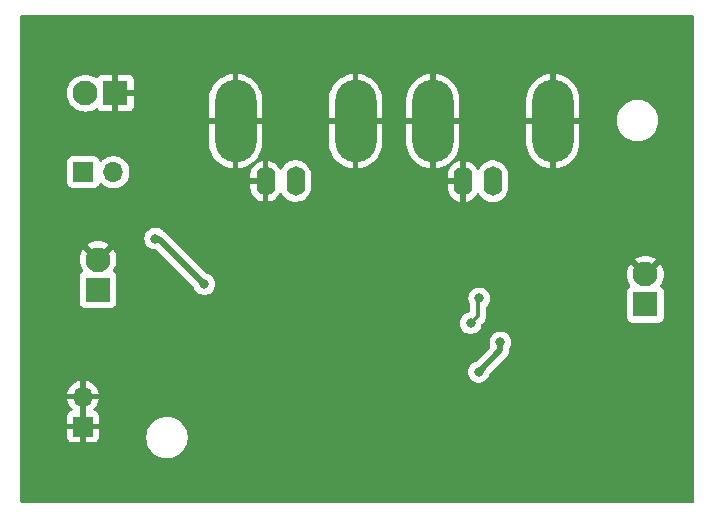
<source format=gbr>
%TF.GenerationSoftware,KiCad,Pcbnew,8.0.1*%
%TF.CreationDate,2024-06-13T00:26:55+02:00*%
%TF.ProjectId,CFT,4346542e-6b69-4636-9164-5f7063625858,rev?*%
%TF.SameCoordinates,PX52e4ef2PY60c692e*%
%TF.FileFunction,Copper,L2,Bot*%
%TF.FilePolarity,Positive*%
%FSLAX46Y46*%
G04 Gerber Fmt 4.6, Leading zero omitted, Abs format (unit mm)*
G04 Created by KiCad (PCBNEW 8.0.1) date 2024-06-13 00:26:55*
%MOMM*%
%LPD*%
G01*
G04 APERTURE LIST*
%TA.AperFunction,ComponentPad*%
%ADD10O,1.600000X2.500000*%
%TD*%
%TA.AperFunction,ComponentPad*%
%ADD11O,3.500000X7.000000*%
%TD*%
%TA.AperFunction,ComponentPad*%
%ADD12R,2.100000X2.100000*%
%TD*%
%TA.AperFunction,ComponentPad*%
%ADD13C,2.100000*%
%TD*%
%TA.AperFunction,ComponentPad*%
%ADD14R,1.700000X1.700000*%
%TD*%
%TA.AperFunction,ComponentPad*%
%ADD15O,1.700000X1.700000*%
%TD*%
%TA.AperFunction,ViaPad*%
%ADD16C,0.800000*%
%TD*%
%TA.AperFunction,Conductor*%
%ADD17C,0.500000*%
%TD*%
%TA.AperFunction,Conductor*%
%ADD18C,0.350000*%
%TD*%
G04 APERTURE END LIST*
D10*
%TO.P,J7,1,In*%
%TO.N,Net-(J6-Pin_1)*%
X40060000Y27220000D03*
D11*
%TO.P,J7,2,Ext*%
%TO.N,GND*%
X34980000Y32300000D03*
D10*
X37520000Y27220000D03*
D11*
X45140000Y32300000D03*
%TD*%
D10*
%TO.P,J3,1,In*%
%TO.N,Net-(J3-In)*%
X23350000Y27230000D03*
D11*
%TO.P,J3,2,Ext*%
%TO.N,GND*%
X18270000Y32310000D03*
D10*
X20810000Y27230000D03*
D11*
X28430000Y32310000D03*
%TD*%
D12*
%TO.P,J1,1,Pin_1*%
%TO.N,GND*%
X8100000Y34680000D03*
D13*
%TO.P,J1,2,Pin_2*%
%TO.N,/Vcc*%
X5560000Y34680000D03*
%TD*%
D12*
%TO.P,J4,1,Pin_1*%
%TO.N,Net-(J3-In)*%
X6630000Y18040000D03*
D13*
%TO.P,J4,2,Pin_2*%
%TO.N,GND*%
X6630000Y20580000D03*
%TD*%
D14*
%TO.P,J2,1,Pin_1*%
%TO.N,GND*%
X5360000Y6450000D03*
D15*
%TO.P,J2,2,Pin_2*%
X5360000Y8990000D03*
%TD*%
D14*
%TO.P,J5,1,Pin_1*%
%TO.N,/Vcc*%
X5390000Y27990000D03*
D15*
%TO.P,J5,2,Pin_2*%
%TO.N,Net-(J5-Pin_2)*%
X7930000Y27990000D03*
%TD*%
D12*
%TO.P,J6,1,Pin_1*%
%TO.N,Net-(J6-Pin_1)*%
X52980000Y16790000D03*
D13*
%TO.P,J6,2,Pin_2*%
%TO.N,GND*%
X52980000Y19330000D03*
%TD*%
D16*
%TO.N,/Vcc*%
X11470000Y22360000D03*
X15630000Y18500000D03*
%TO.N,GND*%
X50795000Y10255000D03*
X17775000Y20415000D03*
X2535000Y15335000D03*
X27935000Y20415000D03*
X7615000Y15335000D03*
X43175000Y25495000D03*
X12695000Y2635000D03*
X53335000Y25495000D03*
X22855000Y22955000D03*
X10155000Y35655000D03*
X15235000Y10255000D03*
X2535000Y33115000D03*
X7615000Y7715000D03*
X30475000Y20415000D03*
X55875000Y30575000D03*
X22855000Y35655000D03*
X22855000Y33115000D03*
X27935000Y38195000D03*
X2535000Y22955000D03*
X48255000Y33115000D03*
X5075000Y25495000D03*
X43175000Y5175000D03*
X50795000Y20415000D03*
X20315000Y38195000D03*
X15235000Y28035000D03*
X40635000Y5175000D03*
X55875000Y33115000D03*
X25395000Y38195000D03*
X55875000Y12795000D03*
X40635000Y33115000D03*
X45715000Y38195000D03*
X7615000Y2635000D03*
X48255000Y15335000D03*
X25395000Y2635000D03*
X17775000Y2635000D03*
X7615000Y12795000D03*
X22855000Y5175000D03*
X55875000Y35655000D03*
X5075000Y12795000D03*
X10155000Y12795000D03*
X48255000Y35655000D03*
X33015000Y25495000D03*
X12695000Y35655000D03*
X17775000Y7715000D03*
X50795000Y28035000D03*
X48255000Y25495000D03*
X45715000Y25495000D03*
X55875000Y28035000D03*
X27935000Y10255000D03*
X7615000Y30575000D03*
X40810000Y9910000D03*
X33015000Y2635000D03*
X12695000Y33115000D03*
X12695000Y10255000D03*
X7615000Y22955000D03*
X7615000Y38195000D03*
X20315000Y5175000D03*
X50795000Y22955000D03*
X15235000Y7715000D03*
X50795000Y35655000D03*
X35555000Y25495000D03*
X30475000Y28035000D03*
X12695000Y38195000D03*
X35555000Y10255000D03*
X55875000Y5175000D03*
X40635000Y35655000D03*
X12695000Y30575000D03*
X25395000Y25495000D03*
X53335000Y38195000D03*
X2535000Y12795000D03*
X10155000Y33115000D03*
X20315000Y2635000D03*
X22855000Y30575000D03*
X25395000Y35655000D03*
X33015000Y22955000D03*
X25395000Y30575000D03*
X5075000Y2635000D03*
X53335000Y10255000D03*
X45715000Y5175000D03*
X27935000Y2635000D03*
X30475000Y25495000D03*
X35555000Y22955000D03*
X10155000Y2635000D03*
X27935000Y22955000D03*
X2535000Y17875000D03*
X15235000Y35655000D03*
X25395000Y10255000D03*
X48255000Y5175000D03*
X2535000Y25495000D03*
X55875000Y25495000D03*
X55875000Y2635000D03*
X30475000Y22955000D03*
X30475000Y2635000D03*
X5075000Y15335000D03*
X22855000Y20415000D03*
X30475000Y10255000D03*
X53335000Y35655000D03*
X22855000Y38195000D03*
X55875000Y7715000D03*
X50795000Y15335000D03*
X2535000Y5175000D03*
X53335000Y5175000D03*
X2535000Y38195000D03*
X10155000Y38195000D03*
X48255000Y30575000D03*
X33015000Y20415000D03*
X40635000Y38195000D03*
X10155000Y30575000D03*
X45715000Y20415000D03*
X2535000Y10255000D03*
X17775000Y5175000D03*
X43175000Y22955000D03*
X45715000Y2635000D03*
X5075000Y22955000D03*
X7615000Y5175000D03*
X15235000Y5175000D03*
X38095000Y35655000D03*
X50795000Y38195000D03*
X15235000Y22955000D03*
X17775000Y10255000D03*
X25395000Y33115000D03*
X50795000Y12795000D03*
X45715000Y10255000D03*
X45715000Y12795000D03*
X38095000Y33115000D03*
X53335000Y2635000D03*
X50795000Y7715000D03*
X15235000Y33115000D03*
X53335000Y7715000D03*
X43175000Y38195000D03*
X25395000Y28035000D03*
X33015000Y38195000D03*
X48255000Y38195000D03*
X55875000Y20415000D03*
X25395000Y22955000D03*
X10155000Y7715000D03*
X38095000Y30575000D03*
X55875000Y17875000D03*
X12695000Y17875000D03*
X53335000Y12795000D03*
X33015000Y28035000D03*
X17775000Y38195000D03*
X38095000Y20415000D03*
X40635000Y30575000D03*
X27935000Y5175000D03*
X38095000Y38195000D03*
X43175000Y2635000D03*
X27935000Y25495000D03*
X48255000Y28035000D03*
X48255000Y12795000D03*
X25395000Y5175000D03*
X45715000Y22955000D03*
X30475000Y38195000D03*
X22855000Y2635000D03*
X2535000Y7715000D03*
X50795000Y2635000D03*
X35555000Y20415000D03*
X48255000Y20415000D03*
X48255000Y2635000D03*
X12695000Y28035000D03*
X2535000Y20415000D03*
X55875000Y22955000D03*
X53335000Y22955000D03*
X35555000Y7715000D03*
X2535000Y30575000D03*
X35555000Y17875000D03*
X15235000Y30575000D03*
X53335000Y28035000D03*
X7615000Y10255000D03*
X2535000Y35655000D03*
X48255000Y22955000D03*
X20315000Y20415000D03*
X15235000Y2635000D03*
X2535000Y28035000D03*
X5075000Y38195000D03*
X10155000Y10255000D03*
X15235000Y38195000D03*
X43175000Y28035000D03*
X55875000Y10255000D03*
X25395000Y20415000D03*
X35555000Y38195000D03*
X55875000Y15335000D03*
X50795000Y5175000D03*
X38095000Y22955000D03*
X2535000Y2635000D03*
X55875000Y38195000D03*
X50795000Y25495000D03*
X15235000Y15335000D03*
X30475000Y5175000D03*
%TO.N,Net-(U1B--)*%
X38900000Y17290000D03*
X38180000Y15200000D03*
%TO.N,Net-(U1A-+)*%
X38860000Y11070000D03*
X40690000Y13570000D03*
%TD*%
D17*
%TO.N,/Vcc*%
X11770000Y22360000D02*
X15630000Y18500000D01*
X11470000Y22360000D02*
X11770000Y22360000D01*
D18*
%TO.N,Net-(U1B--)*%
X38820000Y17100000D02*
X38820000Y17210000D01*
X38820000Y15840000D02*
X38820000Y17100000D01*
X38180000Y15200000D02*
X38820000Y15840000D01*
X38820000Y17210000D02*
X38900000Y17290000D01*
D17*
%TO.N,Net-(U1A-+)*%
X40690000Y12900000D02*
X38860000Y11070000D01*
X40690000Y13570000D02*
X40690000Y12900000D01*
%TD*%
%TA.AperFunction,Conductor*%
%TO.N,GND*%
G36*
X5610000Y6883012D02*
G01*
X5552993Y6915925D01*
X5425826Y6950000D01*
X5294174Y6950000D01*
X5167007Y6915925D01*
X5110000Y6883012D01*
X5110000Y8556988D01*
X5167007Y8524075D01*
X5294174Y8490000D01*
X5425826Y8490000D01*
X5552993Y8524075D01*
X5610000Y8556988D01*
X5610000Y6883012D01*
G37*
%TD.AperFunction*%
%TA.AperFunction,Conductor*%
G36*
X57043071Y41250315D02*
G01*
X57088826Y41197511D01*
X57100032Y41146030D01*
X57103657Y26182820D01*
X57108764Y5100000D01*
X57109970Y124030D01*
X57090302Y56986D01*
X57037509Y11218D01*
X56985970Y0D01*
X144000Y0D01*
X76961Y19685D01*
X31206Y72489D01*
X20000Y124000D01*
X20000Y5552156D01*
X4010000Y5552156D01*
X4016401Y5492628D01*
X4016403Y5492621D01*
X4066645Y5357914D01*
X4066649Y5357907D01*
X4152809Y5242813D01*
X4152812Y5242810D01*
X4267906Y5156650D01*
X4267913Y5156646D01*
X4402620Y5106404D01*
X4402627Y5106402D01*
X4462155Y5100001D01*
X4462172Y5100000D01*
X5110000Y5100000D01*
X5110000Y6016988D01*
X5167007Y5984075D01*
X5294174Y5950000D01*
X5425826Y5950000D01*
X5552993Y5984075D01*
X5610000Y6016988D01*
X5610000Y5100000D01*
X6257828Y5100000D01*
X6257844Y5100001D01*
X6317372Y5106402D01*
X6317379Y5106404D01*
X6452086Y5156646D01*
X6452093Y5156650D01*
X6567187Y5242810D01*
X6567190Y5242813D01*
X6653350Y5357907D01*
X6653354Y5357914D01*
X6667283Y5395259D01*
X10709500Y5395259D01*
X10734446Y5205785D01*
X10739452Y5167762D01*
X10757609Y5100000D01*
X10798842Y4946113D01*
X10886650Y4734124D01*
X10886657Y4734110D01*
X11001392Y4535383D01*
X11141081Y4353339D01*
X11141089Y4353330D01*
X11303330Y4191089D01*
X11303338Y4191082D01*
X11485382Y4051393D01*
X11485385Y4051392D01*
X11485388Y4051389D01*
X11684112Y3936656D01*
X11684117Y3936654D01*
X11684123Y3936651D01*
X11775480Y3898810D01*
X11896113Y3848842D01*
X12117762Y3789452D01*
X12345266Y3759500D01*
X12345273Y3759500D01*
X12574727Y3759500D01*
X12574734Y3759500D01*
X12802238Y3789452D01*
X13023887Y3848842D01*
X13235888Y3936656D01*
X13434612Y4051389D01*
X13616661Y4191081D01*
X13616665Y4191086D01*
X13616670Y4191089D01*
X13778911Y4353330D01*
X13778914Y4353335D01*
X13778919Y4353339D01*
X13918611Y4535388D01*
X14033344Y4734112D01*
X14121158Y4946113D01*
X14180548Y5167762D01*
X14210500Y5395266D01*
X14210500Y5624734D01*
X14180548Y5852238D01*
X14121158Y6073887D01*
X14033344Y6285888D01*
X13918611Y6484612D01*
X13918608Y6484615D01*
X13918607Y6484618D01*
X13778918Y6666662D01*
X13778911Y6666670D01*
X13616670Y6828911D01*
X13616661Y6828919D01*
X13434617Y6968608D01*
X13235890Y7083343D01*
X13235876Y7083350D01*
X13023887Y7171158D01*
X12802238Y7230548D01*
X12764215Y7235554D01*
X12574741Y7260500D01*
X12574734Y7260500D01*
X12345266Y7260500D01*
X12345258Y7260500D01*
X12128715Y7231991D01*
X12117762Y7230548D01*
X12024076Y7205446D01*
X11896112Y7171158D01*
X11684123Y7083350D01*
X11684109Y7083343D01*
X11485382Y6968608D01*
X11303338Y6828919D01*
X11141081Y6666662D01*
X11001392Y6484618D01*
X10886657Y6285891D01*
X10886650Y6285877D01*
X10798842Y6073888D01*
X10739453Y5852241D01*
X10739451Y5852230D01*
X10709500Y5624742D01*
X10709500Y5395259D01*
X6667283Y5395259D01*
X6703596Y5492621D01*
X6703598Y5492628D01*
X6709999Y5552156D01*
X6710000Y5552173D01*
X6710000Y6200000D01*
X5793012Y6200000D01*
X5825925Y6257007D01*
X5860000Y6384174D01*
X5860000Y6515826D01*
X5825925Y6642993D01*
X5793012Y6700000D01*
X6710000Y6700000D01*
X6710000Y7347828D01*
X6709999Y7347845D01*
X6703598Y7407373D01*
X6703596Y7407380D01*
X6653354Y7542087D01*
X6653350Y7542094D01*
X6567190Y7657188D01*
X6567187Y7657191D01*
X6452093Y7743351D01*
X6452086Y7743355D01*
X6320013Y7792615D01*
X6264079Y7834486D01*
X6239662Y7899951D01*
X6254514Y7968224D01*
X6275665Y7996479D01*
X6398108Y8118922D01*
X6533600Y8312422D01*
X6633429Y8526508D01*
X6633432Y8526514D01*
X6690636Y8740000D01*
X5793012Y8740000D01*
X5825925Y8797007D01*
X5860000Y8924174D01*
X5860000Y9055826D01*
X5825925Y9182993D01*
X5793012Y9240000D01*
X6690636Y9240000D01*
X6690635Y9240001D01*
X6633432Y9453487D01*
X6633429Y9453493D01*
X6533600Y9667578D01*
X6533599Y9667580D01*
X6398113Y9861074D01*
X6398108Y9861080D01*
X6231082Y10028106D01*
X6037578Y10163601D01*
X5823492Y10263430D01*
X5823486Y10263433D01*
X5610000Y10320636D01*
X5610000Y9423012D01*
X5552993Y9455925D01*
X5425826Y9490000D01*
X5294174Y9490000D01*
X5167007Y9455925D01*
X5110000Y9423012D01*
X5110000Y10320636D01*
X5109999Y10320636D01*
X4896513Y10263433D01*
X4896507Y10263430D01*
X4682422Y10163601D01*
X4682420Y10163600D01*
X4488926Y10028114D01*
X4488920Y10028109D01*
X4321891Y9861080D01*
X4321886Y9861074D01*
X4186400Y9667580D01*
X4186399Y9667578D01*
X4086570Y9453493D01*
X4086567Y9453487D01*
X4029364Y9240001D01*
X4029364Y9240000D01*
X4926988Y9240000D01*
X4894075Y9182993D01*
X4860000Y9055826D01*
X4860000Y8924174D01*
X4894075Y8797007D01*
X4926988Y8740000D01*
X4029364Y8740000D01*
X4086567Y8526514D01*
X4086570Y8526508D01*
X4186399Y8312422D01*
X4321894Y8118918D01*
X4444334Y7996478D01*
X4477819Y7935155D01*
X4472835Y7865463D01*
X4430963Y7809530D01*
X4399987Y7792615D01*
X4267911Y7743354D01*
X4267906Y7743351D01*
X4152812Y7657191D01*
X4152809Y7657188D01*
X4066649Y7542094D01*
X4066645Y7542087D01*
X4016403Y7407380D01*
X4016401Y7407373D01*
X4010000Y7347845D01*
X4010000Y6700000D01*
X4926988Y6700000D01*
X4894075Y6642993D01*
X4860000Y6515826D01*
X4860000Y6384174D01*
X4894075Y6257007D01*
X4926988Y6200000D01*
X4010000Y6200000D01*
X4010000Y5552156D01*
X20000Y5552156D01*
X20000Y11070000D01*
X37946496Y11070000D01*
X37966458Y10880072D01*
X37966459Y10880069D01*
X38025470Y10698451D01*
X38025473Y10698444D01*
X38120960Y10533056D01*
X38248747Y10391134D01*
X38403248Y10278882D01*
X38577712Y10201206D01*
X38764513Y10161500D01*
X38955487Y10161500D01*
X39142288Y10201206D01*
X39316752Y10278882D01*
X39471253Y10391134D01*
X39599040Y10533056D01*
X39694527Y10698444D01*
X39749537Y10867747D01*
X39779783Y10917104D01*
X41279166Y12416485D01*
X41362174Y12540716D01*
X41419351Y12678753D01*
X41448500Y12825295D01*
X41448500Y12974705D01*
X41448500Y13033537D01*
X41465113Y13095537D01*
X41502459Y13160222D01*
X41524527Y13198444D01*
X41583542Y13380072D01*
X41603504Y13570000D01*
X41583542Y13759928D01*
X41524527Y13941556D01*
X41429040Y14106944D01*
X41301253Y14248866D01*
X41146752Y14361118D01*
X40972288Y14438794D01*
X40972286Y14438795D01*
X40785487Y14478500D01*
X40594513Y14478500D01*
X40407714Y14438795D01*
X40233246Y14361117D01*
X40078745Y14248865D01*
X39950959Y14106943D01*
X39855473Y13941557D01*
X39855470Y13941550D01*
X39796459Y13759932D01*
X39796458Y13759928D01*
X39776496Y13570000D01*
X39796458Y13380072D01*
X39796459Y13380069D01*
X39846776Y13225208D01*
X39848771Y13155367D01*
X39816526Y13099209D01*
X38703248Y11985931D01*
X38641925Y11952446D01*
X38641351Y11952322D01*
X38577712Y11938794D01*
X38403244Y11861116D01*
X38248745Y11748865D01*
X38120959Y11606943D01*
X38025473Y11441557D01*
X38025470Y11441550D01*
X37966459Y11259932D01*
X37966458Y11259928D01*
X37946496Y11070000D01*
X20000Y11070000D01*
X20000Y15200000D01*
X37266496Y15200000D01*
X37286458Y15010072D01*
X37286459Y15010069D01*
X37345470Y14828451D01*
X37345473Y14828444D01*
X37440960Y14663056D01*
X37568747Y14521134D01*
X37723248Y14408882D01*
X37897712Y14331206D01*
X38084513Y14291500D01*
X38275487Y14291500D01*
X38462288Y14331206D01*
X38636752Y14408882D01*
X38791253Y14521134D01*
X38919040Y14663056D01*
X39014527Y14828444D01*
X39073542Y15010072D01*
X39082676Y15096985D01*
X39109261Y15161597D01*
X39118306Y15171693D01*
X39350909Y15404294D01*
X39425710Y15516241D01*
X39473161Y15630799D01*
X39477234Y15640631D01*
X39487322Y15691346D01*
X51421500Y15691346D01*
X51428011Y15630797D01*
X51479111Y15493796D01*
X51566739Y15376739D01*
X51683796Y15289111D01*
X51820799Y15238011D01*
X51848050Y15235082D01*
X51881345Y15231501D01*
X51881362Y15231500D01*
X54078638Y15231500D01*
X54078654Y15231501D01*
X54105692Y15234409D01*
X54139201Y15238011D01*
X54276204Y15289111D01*
X54393261Y15376739D01*
X54480889Y15493796D01*
X54531989Y15630799D01*
X54535383Y15662377D01*
X54538499Y15691346D01*
X54538500Y15691363D01*
X54538500Y17888638D01*
X54538499Y17888655D01*
X54535157Y17919730D01*
X54531989Y17949201D01*
X54526821Y17963056D01*
X54482786Y18081117D01*
X54480889Y18086204D01*
X54393261Y18203261D01*
X54287762Y18282237D01*
X54245892Y18338170D01*
X54240908Y18407862D01*
X54256347Y18446293D01*
X54365331Y18624139D01*
X54458696Y18849543D01*
X54515651Y19086781D01*
X54534792Y19330000D01*
X54515651Y19573220D01*
X54458696Y19810458D01*
X54365331Y20035862D01*
X54241494Y20237943D01*
X53503787Y19500237D01*
X53492518Y19542292D01*
X53420110Y19667708D01*
X53317708Y19770110D01*
X53192292Y19842518D01*
X53150234Y19853788D01*
X53887941Y20591496D01*
X53685861Y20715332D01*
X53460457Y20808697D01*
X53223219Y20865652D01*
X53223220Y20865652D01*
X52980000Y20884793D01*
X52736780Y20865652D01*
X52499542Y20808697D01*
X52274138Y20715332D01*
X52072057Y20591496D01*
X52809766Y19853788D01*
X52767708Y19842518D01*
X52642292Y19770110D01*
X52539890Y19667708D01*
X52467482Y19542292D01*
X52456212Y19500235D01*
X51718504Y20237943D01*
X51594668Y20035862D01*
X51501303Y19810458D01*
X51444348Y19573220D01*
X51425207Y19330000D01*
X51444348Y19086781D01*
X51501303Y18849543D01*
X51594666Y18624144D01*
X51703653Y18446293D01*
X51721897Y18378847D01*
X51700780Y18312244D01*
X51672236Y18282237D01*
X51566741Y18203263D01*
X51566740Y18203262D01*
X51566739Y18203261D01*
X51563175Y18198500D01*
X51479111Y18086205D01*
X51428011Y17949205D01*
X51428011Y17949203D01*
X51421500Y17888655D01*
X51421500Y15691346D01*
X39487322Y15691346D01*
X39503500Y15772682D01*
X39503500Y15907319D01*
X39503500Y16554925D01*
X39523185Y16621964D01*
X39535350Y16637897D01*
X39639040Y16753056D01*
X39734527Y16918444D01*
X39793542Y17100072D01*
X39813504Y17290000D01*
X39793542Y17479928D01*
X39734527Y17661556D01*
X39639040Y17826944D01*
X39511253Y17968866D01*
X39356752Y18081118D01*
X39182288Y18158794D01*
X39182286Y18158795D01*
X38995487Y18198500D01*
X38804513Y18198500D01*
X38617714Y18158795D01*
X38617712Y18158794D01*
X38454672Y18086204D01*
X38443246Y18081117D01*
X38288745Y17968865D01*
X38160959Y17826943D01*
X38065473Y17661557D01*
X38065470Y17661550D01*
X38006459Y17479932D01*
X38006458Y17479928D01*
X37986496Y17290000D01*
X38006458Y17100072D01*
X38006459Y17100069D01*
X38065470Y16918451D01*
X38065473Y16918444D01*
X38087207Y16880799D01*
X38119887Y16824197D01*
X38136500Y16762197D01*
X38136500Y16219964D01*
X38116815Y16152925D01*
X38064011Y16107170D01*
X38038282Y16098674D01*
X37897713Y16068795D01*
X37723246Y15991117D01*
X37568745Y15878865D01*
X37440959Y15736943D01*
X37345473Y15571557D01*
X37345470Y15571550D01*
X37286459Y15389932D01*
X37286458Y15389928D01*
X37266496Y15200000D01*
X20000Y15200000D01*
X20000Y16941346D01*
X5071500Y16941346D01*
X5078011Y16880798D01*
X5078011Y16880796D01*
X5109855Y16795422D01*
X5129111Y16743796D01*
X5216739Y16626739D01*
X5333796Y16539111D01*
X5470799Y16488011D01*
X5498050Y16485082D01*
X5531345Y16481501D01*
X5531362Y16481500D01*
X7728638Y16481500D01*
X7728654Y16481501D01*
X7755692Y16484409D01*
X7789201Y16488011D01*
X7926204Y16539111D01*
X8043261Y16626739D01*
X8130889Y16743796D01*
X8181989Y16880799D01*
X8186037Y16918451D01*
X8188499Y16941346D01*
X8188500Y16941363D01*
X8188500Y19138638D01*
X8188499Y19138655D01*
X8184175Y19178866D01*
X8181989Y19199201D01*
X8130889Y19336204D01*
X8043261Y19453261D01*
X7937762Y19532237D01*
X7895892Y19588170D01*
X7890908Y19657862D01*
X7906347Y19696293D01*
X8015331Y19874139D01*
X8108696Y20099543D01*
X8165651Y20336781D01*
X8184792Y20580000D01*
X8165651Y20823220D01*
X8108696Y21060458D01*
X8015331Y21285862D01*
X7891494Y21487943D01*
X7153787Y20750237D01*
X7142518Y20792292D01*
X7070110Y20917708D01*
X6967708Y21020110D01*
X6842292Y21092518D01*
X6800234Y21103788D01*
X7537941Y21841496D01*
X7335861Y21965332D01*
X7110457Y22058697D01*
X6873219Y22115652D01*
X6873220Y22115652D01*
X6630000Y22134793D01*
X6386780Y22115652D01*
X6149542Y22058697D01*
X5924138Y21965332D01*
X5722057Y21841496D01*
X6459766Y21103788D01*
X6417708Y21092518D01*
X6292292Y21020110D01*
X6189890Y20917708D01*
X6117482Y20792292D01*
X6106212Y20750235D01*
X5368504Y21487943D01*
X5244668Y21285862D01*
X5151303Y21060458D01*
X5094348Y20823220D01*
X5075207Y20580000D01*
X5094348Y20336781D01*
X5151303Y20099543D01*
X5244666Y19874144D01*
X5353653Y19696293D01*
X5371897Y19628847D01*
X5350780Y19562244D01*
X5322236Y19532237D01*
X5216741Y19453263D01*
X5216740Y19453262D01*
X5216739Y19453261D01*
X5188794Y19415931D01*
X5129111Y19336205D01*
X5078011Y19199205D01*
X5078011Y19199203D01*
X5071500Y19138655D01*
X5071500Y16941346D01*
X20000Y16941346D01*
X20000Y22360000D01*
X10556496Y22360000D01*
X10576458Y22170072D01*
X10576459Y22170069D01*
X10635470Y21988451D01*
X10635473Y21988444D01*
X10730960Y21823056D01*
X10858747Y21681134D01*
X11013248Y21568882D01*
X11187712Y21491206D01*
X11374513Y21451500D01*
X11554457Y21451500D01*
X11621496Y21431815D01*
X11642138Y21415181D01*
X14710213Y18347106D01*
X14740463Y18297744D01*
X14795471Y18128448D01*
X14795473Y18128444D01*
X14890960Y17963056D01*
X14957951Y17888655D01*
X15013516Y17826943D01*
X15018747Y17821134D01*
X15173248Y17708882D01*
X15347712Y17631206D01*
X15534513Y17591500D01*
X15725487Y17591500D01*
X15912288Y17631206D01*
X16086752Y17708882D01*
X16241253Y17821134D01*
X16369040Y17963056D01*
X16464527Y18128444D01*
X16523542Y18310072D01*
X16543504Y18500000D01*
X16523542Y18689928D01*
X16464527Y18871556D01*
X16369040Y19036944D01*
X16241253Y19178866D01*
X16086752Y19291118D01*
X15912288Y19368794D01*
X15912286Y19368795D01*
X15848648Y19382322D01*
X15787167Y19415516D01*
X15786750Y19415931D01*
X12253518Y22949164D01*
X12253515Y22949167D01*
X12129290Y23032171D01*
X12129285Y23032173D01*
X12129284Y23032174D01*
X12089675Y23048581D01*
X12052538Y23063964D01*
X12027107Y23078207D01*
X11926756Y23151116D01*
X11926752Y23151118D01*
X11752288Y23228794D01*
X11752286Y23228795D01*
X11565487Y23268500D01*
X11374513Y23268500D01*
X11187714Y23228795D01*
X11013246Y23151117D01*
X10858745Y23038865D01*
X10730959Y22896943D01*
X10635473Y22731557D01*
X10635470Y22731550D01*
X10576459Y22549932D01*
X10576458Y22549928D01*
X10556496Y22360000D01*
X20000Y22360000D01*
X20000Y27091346D01*
X4031500Y27091346D01*
X4038011Y27030798D01*
X4038011Y27030796D01*
X4089111Y26893796D01*
X4176739Y26776739D01*
X4293796Y26689111D01*
X4430799Y26638011D01*
X4458050Y26635082D01*
X4491345Y26631501D01*
X4491362Y26631500D01*
X6288638Y26631500D01*
X6288654Y26631501D01*
X6315692Y26634409D01*
X6349201Y26638011D01*
X6486204Y26689111D01*
X6603261Y26776739D01*
X6690889Y26893796D01*
X6736138Y27015113D01*
X6778009Y27071044D01*
X6843474Y27095461D01*
X6911746Y27080609D01*
X6943545Y27055764D01*
X7006760Y26987094D01*
X7184424Y26848811D01*
X7184425Y26848811D01*
X7184427Y26848809D01*
X7246299Y26815326D01*
X7382426Y26741658D01*
X7595365Y26668556D01*
X7817431Y26631500D01*
X8042569Y26631500D01*
X8264635Y26668556D01*
X8291221Y26677683D01*
X19510000Y26677683D01*
X19542009Y26475583D01*
X19605244Y26280969D01*
X19698140Y26098651D01*
X19818417Y25933106D01*
X19818417Y25933105D01*
X19963104Y25788418D01*
X20128650Y25668141D01*
X20310968Y25575246D01*
X20505578Y25512012D01*
X20560000Y25503393D01*
X20560000Y26860496D01*
X20638236Y26815326D01*
X20751415Y26785000D01*
X20868585Y26785000D01*
X20981764Y26815326D01*
X21060000Y26860496D01*
X21060000Y25503394D01*
X21114421Y25512012D01*
X21309031Y25575246D01*
X21491349Y25668141D01*
X21656894Y25788418D01*
X21656895Y25788418D01*
X21801582Y25933105D01*
X21801582Y25933106D01*
X21921861Y26098653D01*
X21964745Y26182819D01*
X22012718Y26233615D01*
X22080539Y26250411D01*
X22146674Y26227874D01*
X22185715Y26182820D01*
X22230873Y26094194D01*
X22351926Y25927577D01*
X22351930Y25927572D01*
X22497571Y25781931D01*
X22497576Y25781927D01*
X22642908Y25676339D01*
X22664197Y25660871D01*
X22781128Y25601291D01*
X22847705Y25567368D01*
X22847707Y25567368D01*
X22847710Y25567366D01*
X22952707Y25533251D01*
X23043591Y25503720D01*
X23108787Y25493394D01*
X23247019Y25471500D01*
X23247020Y25471500D01*
X23452980Y25471500D01*
X23452981Y25471500D01*
X23656408Y25503720D01*
X23852290Y25567366D01*
X24035803Y25660871D01*
X24202430Y25781932D01*
X24348068Y25927570D01*
X24469129Y26094197D01*
X24562634Y26277710D01*
X24626280Y26473592D01*
X24657021Y26667683D01*
X36220000Y26667683D01*
X36252009Y26465583D01*
X36315244Y26270969D01*
X36408140Y26088651D01*
X36528417Y25923106D01*
X36528417Y25923105D01*
X36673104Y25778418D01*
X36838650Y25658141D01*
X37020968Y25565246D01*
X37215578Y25502012D01*
X37270000Y25493393D01*
X37270000Y26850496D01*
X37348236Y26805326D01*
X37461415Y26775000D01*
X37578585Y26775000D01*
X37691764Y26805326D01*
X37770000Y26850496D01*
X37770000Y25493394D01*
X37824421Y25502012D01*
X38019031Y25565246D01*
X38201349Y25658141D01*
X38366894Y25778418D01*
X38366895Y25778418D01*
X38511582Y25923105D01*
X38511582Y25923106D01*
X38631861Y26088653D01*
X38674745Y26172819D01*
X38722718Y26223615D01*
X38790539Y26240411D01*
X38856674Y26217874D01*
X38895715Y26172820D01*
X38935777Y26094194D01*
X38940873Y26084194D01*
X39061926Y25917577D01*
X39061930Y25917572D01*
X39207571Y25771931D01*
X39207576Y25771927D01*
X39350427Y25668141D01*
X39374197Y25650871D01*
X39491128Y25591291D01*
X39557705Y25557368D01*
X39557707Y25557368D01*
X39557710Y25557366D01*
X39662707Y25523251D01*
X39753591Y25493720D01*
X39855305Y25477610D01*
X39957019Y25461500D01*
X39957020Y25461500D01*
X40162980Y25461500D01*
X40162981Y25461500D01*
X40366408Y25493720D01*
X40562290Y25557366D01*
X40745803Y25650871D01*
X40912430Y25771932D01*
X41058068Y25917570D01*
X41179129Y26084197D01*
X41272634Y26267710D01*
X41336280Y26463592D01*
X41368500Y26667019D01*
X41368500Y27772981D01*
X41336280Y27976408D01*
X41333677Y27984418D01*
X41306749Y28067293D01*
X41272634Y28172290D01*
X41272632Y28172293D01*
X41272632Y28172295D01*
X41224284Y28267182D01*
X41179129Y28355803D01*
X41123322Y28432615D01*
X41058073Y28522424D01*
X41058069Y28522429D01*
X40912428Y28668070D01*
X40912423Y28668074D01*
X40745806Y28789127D01*
X40745805Y28789128D01*
X40745803Y28789129D01*
X40688496Y28818329D01*
X40562294Y28882633D01*
X40366408Y28946281D01*
X40190794Y28974095D01*
X40162981Y28978500D01*
X39957019Y28978500D01*
X39932550Y28974625D01*
X39753591Y28946281D01*
X39557705Y28882633D01*
X39374193Y28789127D01*
X39207576Y28668074D01*
X39207571Y28668070D01*
X39061930Y28522429D01*
X39061926Y28522424D01*
X38940871Y28355805D01*
X38895714Y28267180D01*
X38847740Y28216385D01*
X38779918Y28199590D01*
X38713784Y28222128D01*
X38674745Y28267182D01*
X38631861Y28351348D01*
X38511582Y28516895D01*
X38511582Y28516896D01*
X38366895Y28661583D01*
X38201349Y28781860D01*
X38019029Y28874756D01*
X37824413Y28937991D01*
X37770000Y28946610D01*
X37770000Y27589505D01*
X37691764Y27634674D01*
X37578585Y27665000D01*
X37461415Y27665000D01*
X37348236Y27634674D01*
X37270000Y27589505D01*
X37270000Y28946610D01*
X37215586Y28937991D01*
X37020970Y28874756D01*
X36838650Y28781860D01*
X36673105Y28661583D01*
X36673104Y28661583D01*
X36528417Y28516896D01*
X36528417Y28516895D01*
X36408140Y28351350D01*
X36315244Y28169032D01*
X36252009Y27974418D01*
X36220000Y27772318D01*
X36220000Y27470000D01*
X37150496Y27470000D01*
X37105326Y27391764D01*
X37075000Y27278585D01*
X37075000Y27161415D01*
X37105326Y27048236D01*
X37150496Y26970000D01*
X36220000Y26970000D01*
X36220000Y26667683D01*
X24657021Y26667683D01*
X24658500Y26677019D01*
X24658500Y27782981D01*
X24626280Y27986408D01*
X24562634Y28182290D01*
X24562632Y28182293D01*
X24562632Y28182295D01*
X24514284Y28277182D01*
X24469129Y28365803D01*
X24433505Y28414836D01*
X24348073Y28532424D01*
X24348069Y28532429D01*
X24202428Y28678070D01*
X24202423Y28678074D01*
X24035806Y28799127D01*
X24035805Y28799128D01*
X24035803Y28799129D01*
X23978496Y28828329D01*
X23852294Y28892633D01*
X23656408Y28956281D01*
X23480794Y28984095D01*
X23452981Y28988500D01*
X23247019Y28988500D01*
X23222550Y28984625D01*
X23043591Y28956281D01*
X22847705Y28892633D01*
X22664193Y28799127D01*
X22497576Y28678074D01*
X22497571Y28678070D01*
X22351930Y28532429D01*
X22351926Y28532424D01*
X22230871Y28365805D01*
X22185714Y28277180D01*
X22137740Y28226385D01*
X22069918Y28209590D01*
X22003784Y28232128D01*
X21964745Y28277182D01*
X21921861Y28361348D01*
X21801582Y28526895D01*
X21801582Y28526896D01*
X21656895Y28671583D01*
X21491349Y28791860D01*
X21309029Y28884756D01*
X21114413Y28947991D01*
X21060000Y28956610D01*
X21060000Y27599505D01*
X20981764Y27644674D01*
X20868585Y27675000D01*
X20751415Y27675000D01*
X20638236Y27644674D01*
X20560000Y27599505D01*
X20560000Y28956610D01*
X20505586Y28947991D01*
X20310970Y28884756D01*
X20128650Y28791860D01*
X19963105Y28671583D01*
X19963104Y28671583D01*
X19818417Y28526896D01*
X19818417Y28526895D01*
X19698140Y28361350D01*
X19605244Y28179032D01*
X19542009Y27984418D01*
X19510000Y27782318D01*
X19510000Y27480000D01*
X20440496Y27480000D01*
X20395326Y27401764D01*
X20365000Y27288585D01*
X20365000Y27171415D01*
X20395326Y27058236D01*
X20440496Y26980000D01*
X19510000Y26980000D01*
X19510000Y26677683D01*
X8291221Y26677683D01*
X8477574Y26741658D01*
X8675576Y26848811D01*
X8853240Y26987094D01*
X9005722Y27152732D01*
X9128860Y27341209D01*
X9219296Y27547384D01*
X9274564Y27765632D01*
X9292030Y27976409D01*
X9293156Y27989995D01*
X9293156Y27990006D01*
X9274565Y28214360D01*
X9274563Y28214372D01*
X9249461Y28313498D01*
X9219296Y28432616D01*
X9128860Y28638791D01*
X9109732Y28668068D01*
X9005723Y28827266D01*
X9005715Y28827277D01*
X8853243Y28992903D01*
X8853238Y28992908D01*
X8675577Y29131188D01*
X8675572Y29131192D01*
X8477580Y29238339D01*
X8477577Y29238341D01*
X8477574Y29238342D01*
X8477571Y29238343D01*
X8477569Y29238344D01*
X8264637Y29311444D01*
X8042569Y29348500D01*
X7817431Y29348500D01*
X7595362Y29311444D01*
X7382430Y29238344D01*
X7382419Y29238339D01*
X7184427Y29131192D01*
X7184422Y29131188D01*
X7006761Y28992908D01*
X6943548Y28924240D01*
X6883661Y28888250D01*
X6813823Y28890351D01*
X6756207Y28929876D01*
X6736138Y28964890D01*
X6690889Y29086204D01*
X6657214Y29131188D01*
X6603261Y29203261D01*
X6486204Y29290889D01*
X6349203Y29341989D01*
X6288654Y29348500D01*
X6288638Y29348500D01*
X4491362Y29348500D01*
X4491345Y29348500D01*
X4430797Y29341989D01*
X4430795Y29341989D01*
X4293795Y29290889D01*
X4176739Y29203261D01*
X4089111Y29086205D01*
X4038011Y28949205D01*
X4038011Y28949203D01*
X4031500Y28888655D01*
X4031500Y27091346D01*
X20000Y27091346D01*
X20000Y30412534D01*
X16020000Y30412534D01*
X16020001Y30412517D01*
X16058496Y30120116D01*
X16058499Y30120103D01*
X16134835Y29835210D01*
X16134838Y29835200D01*
X16247704Y29562719D01*
X16247709Y29562708D01*
X16395174Y29307293D01*
X16395185Y29307277D01*
X16574729Y29073291D01*
X16574735Y29073284D01*
X16783283Y28864736D01*
X16783290Y28864730D01*
X17017276Y28685186D01*
X17017292Y28685175D01*
X17272707Y28537710D01*
X17272718Y28537705D01*
X17545199Y28424839D01*
X17545209Y28424836D01*
X17830102Y28348500D01*
X17830115Y28348497D01*
X18020000Y28323498D01*
X18020000Y31335039D01*
X18171016Y31305000D01*
X18368984Y31305000D01*
X18520000Y31335039D01*
X18520000Y28323499D01*
X18709884Y28348497D01*
X18709897Y28348500D01*
X18994790Y28424836D01*
X18994800Y28424839D01*
X19267281Y28537705D01*
X19267292Y28537710D01*
X19522707Y28685175D01*
X19522723Y28685186D01*
X19756709Y28864730D01*
X19756716Y28864736D01*
X19965264Y29073284D01*
X19965270Y29073291D01*
X20144814Y29307277D01*
X20144825Y29307293D01*
X20292290Y29562708D01*
X20292295Y29562719D01*
X20405161Y29835200D01*
X20405164Y29835210D01*
X20481500Y30120103D01*
X20481503Y30120116D01*
X20519998Y30412517D01*
X20520000Y30412534D01*
X26180000Y30412534D01*
X26180001Y30412517D01*
X26218496Y30120116D01*
X26218499Y30120103D01*
X26294835Y29835210D01*
X26294838Y29835200D01*
X26407704Y29562719D01*
X26407709Y29562708D01*
X26555174Y29307293D01*
X26555185Y29307277D01*
X26734729Y29073291D01*
X26734735Y29073284D01*
X26943283Y28864736D01*
X26943290Y28864730D01*
X27177276Y28685186D01*
X27177292Y28685175D01*
X27432707Y28537710D01*
X27432718Y28537705D01*
X27705199Y28424839D01*
X27705209Y28424836D01*
X27990102Y28348500D01*
X27990115Y28348497D01*
X28180000Y28323498D01*
X28180000Y31335039D01*
X28331016Y31305000D01*
X28528984Y31305000D01*
X28680000Y31335039D01*
X28680000Y28323499D01*
X28869884Y28348497D01*
X28869897Y28348500D01*
X29154790Y28424836D01*
X29154800Y28424839D01*
X29427281Y28537705D01*
X29427292Y28537710D01*
X29682707Y28685175D01*
X29682723Y28685186D01*
X29916709Y28864730D01*
X29916716Y28864736D01*
X30125264Y29073284D01*
X30125270Y29073291D01*
X30304814Y29307277D01*
X30304825Y29307293D01*
X30452290Y29562708D01*
X30452295Y29562719D01*
X30565161Y29835200D01*
X30565164Y29835210D01*
X30641500Y30120103D01*
X30641503Y30120116D01*
X30678684Y30402534D01*
X32730000Y30402534D01*
X32730001Y30402517D01*
X32768496Y30110116D01*
X32768499Y30110103D01*
X32844835Y29825210D01*
X32844838Y29825200D01*
X32957704Y29552719D01*
X32957709Y29552708D01*
X33105174Y29297293D01*
X33105185Y29297277D01*
X33284729Y29063291D01*
X33284735Y29063284D01*
X33493283Y28854736D01*
X33493290Y28854730D01*
X33727276Y28675186D01*
X33727292Y28675175D01*
X33982707Y28527710D01*
X33982718Y28527705D01*
X34255199Y28414839D01*
X34255209Y28414836D01*
X34540102Y28338500D01*
X34540115Y28338497D01*
X34730000Y28313498D01*
X34730000Y31325039D01*
X34881016Y31295000D01*
X35078984Y31295000D01*
X35230000Y31325039D01*
X35230000Y28313499D01*
X35419884Y28338497D01*
X35419897Y28338500D01*
X35704790Y28414836D01*
X35704800Y28414839D01*
X35977281Y28527705D01*
X35977292Y28527710D01*
X36232707Y28675175D01*
X36232723Y28675186D01*
X36466709Y28854730D01*
X36466716Y28854736D01*
X36675264Y29063284D01*
X36675270Y29063291D01*
X36854814Y29297277D01*
X36854825Y29297293D01*
X37002290Y29552708D01*
X37002295Y29552719D01*
X37115161Y29825200D01*
X37115164Y29825210D01*
X37191500Y30110103D01*
X37191503Y30110116D01*
X37229998Y30402517D01*
X37230000Y30402534D01*
X42890000Y30402534D01*
X42890001Y30402517D01*
X42928496Y30110116D01*
X42928499Y30110103D01*
X43004835Y29825210D01*
X43004838Y29825200D01*
X43117704Y29552719D01*
X43117709Y29552708D01*
X43265174Y29297293D01*
X43265185Y29297277D01*
X43444729Y29063291D01*
X43444735Y29063284D01*
X43653283Y28854736D01*
X43653290Y28854730D01*
X43887276Y28675186D01*
X43887292Y28675175D01*
X44142707Y28527710D01*
X44142718Y28527705D01*
X44415199Y28414839D01*
X44415209Y28414836D01*
X44700102Y28338500D01*
X44700115Y28338497D01*
X44890000Y28313498D01*
X44890000Y31325039D01*
X45041016Y31295000D01*
X45238984Y31295000D01*
X45390000Y31325039D01*
X45390000Y28313499D01*
X45579884Y28338497D01*
X45579897Y28338500D01*
X45864790Y28414836D01*
X45864800Y28414839D01*
X46137281Y28527705D01*
X46137292Y28527710D01*
X46392707Y28675175D01*
X46392723Y28675186D01*
X46626709Y28854730D01*
X46626716Y28854736D01*
X46835264Y29063284D01*
X46835270Y29063291D01*
X47014814Y29297277D01*
X47014825Y29297293D01*
X47162290Y29552708D01*
X47162295Y29552719D01*
X47275161Y29825200D01*
X47275164Y29825210D01*
X47351500Y30110103D01*
X47351503Y30110116D01*
X47389998Y30402517D01*
X47390000Y30402534D01*
X47390000Y32050000D01*
X46114962Y32050000D01*
X46145000Y32201016D01*
X46145000Y32255259D01*
X50569500Y32255259D01*
X50576642Y32201016D01*
X50599452Y32027762D01*
X50605055Y32006852D01*
X50658842Y31806113D01*
X50746650Y31594124D01*
X50746657Y31594110D01*
X50861392Y31395383D01*
X51001081Y31213339D01*
X51001089Y31213330D01*
X51163330Y31051089D01*
X51163338Y31051082D01*
X51345382Y30911393D01*
X51345385Y30911392D01*
X51345388Y30911389D01*
X51544112Y30796656D01*
X51544117Y30796654D01*
X51544123Y30796651D01*
X51635480Y30758810D01*
X51756113Y30708842D01*
X51977762Y30649452D01*
X52205266Y30619500D01*
X52205273Y30619500D01*
X52434727Y30619500D01*
X52434734Y30619500D01*
X52662238Y30649452D01*
X52883887Y30708842D01*
X53095888Y30796656D01*
X53294612Y30911389D01*
X53476661Y31051081D01*
X53476665Y31051086D01*
X53476670Y31051089D01*
X53638911Y31213330D01*
X53638914Y31213335D01*
X53638919Y31213339D01*
X53778611Y31395388D01*
X53893344Y31594112D01*
X53981158Y31806113D01*
X54040548Y32027762D01*
X54070500Y32255266D01*
X54070500Y32484734D01*
X54040548Y32712238D01*
X53981158Y32933887D01*
X53897470Y33135928D01*
X53893349Y33145877D01*
X53893346Y33145883D01*
X53893344Y33145888D01*
X53778611Y33344612D01*
X53778608Y33344615D01*
X53778607Y33344618D01*
X53642019Y33522621D01*
X53638919Y33526661D01*
X53638918Y33526662D01*
X53638911Y33526670D01*
X53476670Y33688911D01*
X53476661Y33688919D01*
X53294617Y33828608D01*
X53095890Y33943343D01*
X53095876Y33943350D01*
X52883887Y34031158D01*
X52662238Y34090548D01*
X52624215Y34095554D01*
X52434741Y34120500D01*
X52434734Y34120500D01*
X52205266Y34120500D01*
X52205258Y34120500D01*
X51988715Y34091991D01*
X51977762Y34090548D01*
X51884076Y34065446D01*
X51756112Y34031158D01*
X51544123Y33943350D01*
X51544109Y33943343D01*
X51345382Y33828608D01*
X51163338Y33688919D01*
X51001081Y33526662D01*
X50861392Y33344618D01*
X50746657Y33145891D01*
X50746650Y33145877D01*
X50658842Y32933888D01*
X50599453Y32712241D01*
X50599451Y32712230D01*
X50569500Y32484742D01*
X50569500Y32255259D01*
X46145000Y32255259D01*
X46145000Y32398984D01*
X46114962Y32550000D01*
X47390000Y32550000D01*
X47390000Y34197467D01*
X47389998Y34197484D01*
X47351503Y34489885D01*
X47351500Y34489898D01*
X47275164Y34774791D01*
X47275161Y34774801D01*
X47162295Y35047282D01*
X47162290Y35047293D01*
X47014825Y35302708D01*
X47014814Y35302724D01*
X46835270Y35536710D01*
X46835264Y35536717D01*
X46626716Y35745265D01*
X46626709Y35745271D01*
X46392723Y35924815D01*
X46392707Y35924826D01*
X46137292Y36072291D01*
X46137281Y36072296D01*
X45864800Y36185162D01*
X45864790Y36185165D01*
X45579897Y36261501D01*
X45579886Y36261503D01*
X45390000Y36286504D01*
X45390000Y33274962D01*
X45238984Y33305000D01*
X45041016Y33305000D01*
X44890000Y33274962D01*
X44890000Y36286504D01*
X44889999Y36286504D01*
X44700113Y36261503D01*
X44700102Y36261501D01*
X44415209Y36185165D01*
X44415199Y36185162D01*
X44142718Y36072296D01*
X44142707Y36072291D01*
X43887292Y35924826D01*
X43887276Y35924815D01*
X43653290Y35745271D01*
X43653283Y35745265D01*
X43444735Y35536717D01*
X43444729Y35536710D01*
X43265185Y35302724D01*
X43265174Y35302708D01*
X43117709Y35047293D01*
X43117704Y35047282D01*
X43004838Y34774801D01*
X43004835Y34774791D01*
X42928499Y34489898D01*
X42928496Y34489885D01*
X42890001Y34197484D01*
X42890000Y34197467D01*
X42890000Y32550000D01*
X44165038Y32550000D01*
X44135000Y32398984D01*
X44135000Y32201016D01*
X44165038Y32050000D01*
X42890000Y32050000D01*
X42890000Y30402534D01*
X37230000Y30402534D01*
X37230000Y32050000D01*
X35954962Y32050000D01*
X35985000Y32201016D01*
X35985000Y32398984D01*
X35954962Y32550000D01*
X37230000Y32550000D01*
X37230000Y34197467D01*
X37229998Y34197484D01*
X37191503Y34489885D01*
X37191500Y34489898D01*
X37115164Y34774791D01*
X37115161Y34774801D01*
X37002295Y35047282D01*
X37002290Y35047293D01*
X36854825Y35302708D01*
X36854814Y35302724D01*
X36675270Y35536710D01*
X36675264Y35536717D01*
X36466716Y35745265D01*
X36466709Y35745271D01*
X36232723Y35924815D01*
X36232707Y35924826D01*
X35977292Y36072291D01*
X35977281Y36072296D01*
X35704800Y36185162D01*
X35704790Y36185165D01*
X35419897Y36261501D01*
X35419886Y36261503D01*
X35230000Y36286504D01*
X35230000Y33274962D01*
X35078984Y33305000D01*
X34881016Y33305000D01*
X34730000Y33274962D01*
X34730000Y36286504D01*
X34729999Y36286504D01*
X34540113Y36261503D01*
X34540102Y36261501D01*
X34255209Y36185165D01*
X34255199Y36185162D01*
X33982718Y36072296D01*
X33982707Y36072291D01*
X33727292Y35924826D01*
X33727276Y35924815D01*
X33493290Y35745271D01*
X33493283Y35745265D01*
X33284735Y35536717D01*
X33284729Y35536710D01*
X33105185Y35302724D01*
X33105174Y35302708D01*
X32957709Y35047293D01*
X32957704Y35047282D01*
X32844838Y34774801D01*
X32844835Y34774791D01*
X32768499Y34489898D01*
X32768496Y34489885D01*
X32730001Y34197484D01*
X32730000Y34197467D01*
X32730000Y32550000D01*
X34005038Y32550000D01*
X33975000Y32398984D01*
X33975000Y32201016D01*
X34005038Y32050000D01*
X32730000Y32050000D01*
X32730000Y30402534D01*
X30678684Y30402534D01*
X30679998Y30412517D01*
X30680000Y30412534D01*
X30680000Y32060000D01*
X29404962Y32060000D01*
X29435000Y32211016D01*
X29435000Y32408984D01*
X29404962Y32560000D01*
X30680000Y32560000D01*
X30680000Y34207467D01*
X30679998Y34207484D01*
X30641503Y34499885D01*
X30641500Y34499898D01*
X30565164Y34784791D01*
X30565161Y34784801D01*
X30452295Y35057282D01*
X30452290Y35057293D01*
X30304825Y35312708D01*
X30304814Y35312724D01*
X30125270Y35546710D01*
X30125264Y35546717D01*
X29916716Y35755265D01*
X29916709Y35755271D01*
X29682723Y35934815D01*
X29682707Y35934826D01*
X29427292Y36082291D01*
X29427281Y36082296D01*
X29154800Y36195162D01*
X29154790Y36195165D01*
X28869897Y36271501D01*
X28869886Y36271503D01*
X28680000Y36296504D01*
X28680000Y33284962D01*
X28528984Y33315000D01*
X28331016Y33315000D01*
X28180000Y33284962D01*
X28180000Y36296504D01*
X28179999Y36296504D01*
X27990113Y36271503D01*
X27990102Y36271501D01*
X27705209Y36195165D01*
X27705199Y36195162D01*
X27432718Y36082296D01*
X27432707Y36082291D01*
X27177292Y35934826D01*
X27177276Y35934815D01*
X26943290Y35755271D01*
X26943283Y35755265D01*
X26734735Y35546717D01*
X26734729Y35546710D01*
X26555185Y35312724D01*
X26555174Y35312708D01*
X26407709Y35057293D01*
X26407704Y35057282D01*
X26294838Y34784801D01*
X26294835Y34784791D01*
X26218499Y34499898D01*
X26218496Y34499885D01*
X26180001Y34207484D01*
X26180000Y34207467D01*
X26180000Y32560000D01*
X27455038Y32560000D01*
X27425000Y32408984D01*
X27425000Y32211016D01*
X27455038Y32060000D01*
X26180000Y32060000D01*
X26180000Y30412534D01*
X20520000Y30412534D01*
X20520000Y32060000D01*
X19244962Y32060000D01*
X19275000Y32211016D01*
X19275000Y32408984D01*
X19244962Y32560000D01*
X20520000Y32560000D01*
X20520000Y34207467D01*
X20519998Y34207484D01*
X20481503Y34499885D01*
X20481500Y34499898D01*
X20405164Y34784791D01*
X20405161Y34784801D01*
X20292295Y35057282D01*
X20292290Y35057293D01*
X20144825Y35312708D01*
X20144814Y35312724D01*
X19965270Y35546710D01*
X19965264Y35546717D01*
X19756716Y35755265D01*
X19756709Y35755271D01*
X19522723Y35934815D01*
X19522707Y35934826D01*
X19267292Y36082291D01*
X19267281Y36082296D01*
X18994800Y36195162D01*
X18994790Y36195165D01*
X18709897Y36271501D01*
X18709886Y36271503D01*
X18520000Y36296504D01*
X18520000Y33284962D01*
X18368984Y33315000D01*
X18171016Y33315000D01*
X18020000Y33284962D01*
X18020000Y36296504D01*
X18019999Y36296504D01*
X17830113Y36271503D01*
X17830102Y36271501D01*
X17545209Y36195165D01*
X17545199Y36195162D01*
X17272718Y36082296D01*
X17272707Y36082291D01*
X17017292Y35934826D01*
X17017276Y35934815D01*
X16783290Y35755271D01*
X16783283Y35755265D01*
X16574735Y35546717D01*
X16574729Y35546710D01*
X16395185Y35312724D01*
X16395174Y35312708D01*
X16247709Y35057293D01*
X16247704Y35057282D01*
X16134838Y34784801D01*
X16134835Y34784791D01*
X16058499Y34499898D01*
X16058496Y34499885D01*
X16020001Y34207484D01*
X16020000Y34207467D01*
X16020000Y32560000D01*
X17295038Y32560000D01*
X17265000Y32408984D01*
X17265000Y32211016D01*
X17295038Y32060000D01*
X16020000Y32060000D01*
X16020000Y30412534D01*
X20000Y30412534D01*
X20000Y34680000D01*
X3996681Y34680000D01*
X4015927Y34435446D01*
X4073193Y34196913D01*
X4167071Y33970270D01*
X4295246Y33761107D01*
X4295248Y33761104D01*
X4454567Y33574567D01*
X4641104Y33415248D01*
X4641106Y33415247D01*
X4850269Y33287072D01*
X4900227Y33266379D01*
X5076908Y33193195D01*
X5315443Y33135928D01*
X5560000Y33116681D01*
X5804557Y33135928D01*
X6043092Y33193195D01*
X6269732Y33287073D01*
X6456103Y33401281D01*
X6523547Y33419524D01*
X6590150Y33398407D01*
X6620157Y33369863D01*
X6692809Y33272813D01*
X6692812Y33272810D01*
X6807906Y33186650D01*
X6807913Y33186646D01*
X6942620Y33136404D01*
X6942627Y33136402D01*
X7002155Y33130001D01*
X7002172Y33130000D01*
X7850000Y33130000D01*
X7850000Y34189253D01*
X7887708Y34167482D01*
X8027591Y34130000D01*
X8172409Y34130000D01*
X8312292Y34167482D01*
X8350000Y34189253D01*
X8350000Y33130000D01*
X9197828Y33130000D01*
X9197844Y33130001D01*
X9257372Y33136402D01*
X9257379Y33136404D01*
X9392086Y33186646D01*
X9392093Y33186650D01*
X9507187Y33272810D01*
X9507190Y33272813D01*
X9593350Y33387907D01*
X9593354Y33387914D01*
X9643596Y33522621D01*
X9643598Y33522628D01*
X9649999Y33582156D01*
X9650000Y33582173D01*
X9650000Y34430000D01*
X8590748Y34430000D01*
X8612518Y34467708D01*
X8650000Y34607591D01*
X8650000Y34752409D01*
X8612518Y34892292D01*
X8590748Y34930000D01*
X9650000Y34930000D01*
X9650000Y35777828D01*
X9649999Y35777845D01*
X9643598Y35837373D01*
X9643596Y35837380D01*
X9593354Y35972087D01*
X9593350Y35972094D01*
X9507190Y36087188D01*
X9507187Y36087191D01*
X9392093Y36173351D01*
X9392086Y36173355D01*
X9257379Y36223597D01*
X9257372Y36223599D01*
X9197844Y36230000D01*
X8350000Y36230000D01*
X8350000Y35170748D01*
X8312292Y35192518D01*
X8172409Y35230000D01*
X8027591Y35230000D01*
X7887708Y35192518D01*
X7850000Y35170748D01*
X7850000Y36230000D01*
X7002155Y36230000D01*
X6942627Y36223599D01*
X6942620Y36223597D01*
X6807913Y36173355D01*
X6807906Y36173351D01*
X6692812Y36087191D01*
X6620157Y35990137D01*
X6564223Y35948267D01*
X6494531Y35943283D01*
X6456102Y35958721D01*
X6270770Y36072291D01*
X6269732Y36072927D01*
X6269727Y36072929D01*
X6043087Y36166807D01*
X5804553Y36224073D01*
X5804554Y36224073D01*
X5560000Y36243319D01*
X5315445Y36224073D01*
X5076912Y36166807D01*
X4850269Y36072929D01*
X4641106Y35944754D01*
X4454567Y35785433D01*
X4295246Y35598894D01*
X4167071Y35389731D01*
X4073193Y35163088D01*
X4015927Y34924555D01*
X3996681Y34680000D01*
X20000Y34680000D01*
X20000Y41146000D01*
X39685Y41213039D01*
X92489Y41258794D01*
X144000Y41270000D01*
X56976032Y41270000D01*
X57043071Y41250315D01*
G37*
%TD.AperFunction*%
%TD*%
M02*

</source>
